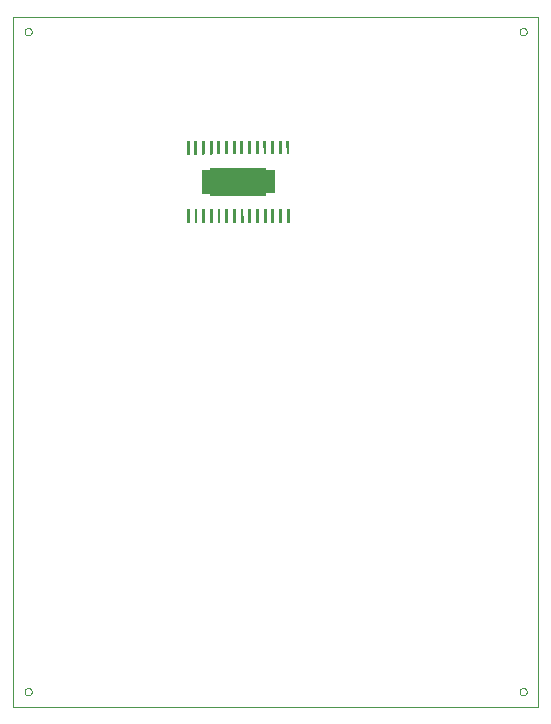
<source format=gbp>
G75*
G70*
%OFA0B0*%
%FSLAX24Y24*%
%IPPOS*%
%LPD*%
%AMOC8*
5,1,8,0,0,1.08239X$1,22.5*
%
%ADD10C,0.0000*%
%ADD11R,0.1890X0.0945*%
%ADD12R,0.0098X0.0461*%
%ADD13R,0.2441X0.0787*%
D10*
X000150Y000150D02*
X000150Y023150D01*
X017650Y023150D01*
X017650Y000150D01*
X000150Y000150D01*
X000532Y000650D02*
X000534Y000671D01*
X000540Y000691D01*
X000549Y000711D01*
X000561Y000728D01*
X000576Y000742D01*
X000594Y000754D01*
X000614Y000762D01*
X000634Y000767D01*
X000655Y000768D01*
X000676Y000765D01*
X000696Y000759D01*
X000715Y000748D01*
X000732Y000735D01*
X000745Y000719D01*
X000756Y000701D01*
X000764Y000681D01*
X000768Y000661D01*
X000768Y000639D01*
X000764Y000619D01*
X000756Y000599D01*
X000745Y000581D01*
X000732Y000565D01*
X000715Y000552D01*
X000696Y000541D01*
X000676Y000535D01*
X000655Y000532D01*
X000634Y000533D01*
X000614Y000538D01*
X000594Y000546D01*
X000576Y000558D01*
X000561Y000572D01*
X000549Y000589D01*
X000540Y000609D01*
X000534Y000629D01*
X000532Y000650D01*
X017032Y000650D02*
X017034Y000671D01*
X017040Y000691D01*
X017049Y000711D01*
X017061Y000728D01*
X017076Y000742D01*
X017094Y000754D01*
X017114Y000762D01*
X017134Y000767D01*
X017155Y000768D01*
X017176Y000765D01*
X017196Y000759D01*
X017215Y000748D01*
X017232Y000735D01*
X017245Y000719D01*
X017256Y000701D01*
X017264Y000681D01*
X017268Y000661D01*
X017268Y000639D01*
X017264Y000619D01*
X017256Y000599D01*
X017245Y000581D01*
X017232Y000565D01*
X017215Y000552D01*
X017196Y000541D01*
X017176Y000535D01*
X017155Y000532D01*
X017134Y000533D01*
X017114Y000538D01*
X017094Y000546D01*
X017076Y000558D01*
X017061Y000572D01*
X017049Y000589D01*
X017040Y000609D01*
X017034Y000629D01*
X017032Y000650D01*
X017032Y022650D02*
X017034Y022671D01*
X017040Y022691D01*
X017049Y022711D01*
X017061Y022728D01*
X017076Y022742D01*
X017094Y022754D01*
X017114Y022762D01*
X017134Y022767D01*
X017155Y022768D01*
X017176Y022765D01*
X017196Y022759D01*
X017215Y022748D01*
X017232Y022735D01*
X017245Y022719D01*
X017256Y022701D01*
X017264Y022681D01*
X017268Y022661D01*
X017268Y022639D01*
X017264Y022619D01*
X017256Y022599D01*
X017245Y022581D01*
X017232Y022565D01*
X017215Y022552D01*
X017196Y022541D01*
X017176Y022535D01*
X017155Y022532D01*
X017134Y022533D01*
X017114Y022538D01*
X017094Y022546D01*
X017076Y022558D01*
X017061Y022572D01*
X017049Y022589D01*
X017040Y022609D01*
X017034Y022629D01*
X017032Y022650D01*
X000532Y022650D02*
X000534Y022671D01*
X000540Y022691D01*
X000549Y022711D01*
X000561Y022728D01*
X000576Y022742D01*
X000594Y022754D01*
X000614Y022762D01*
X000634Y022767D01*
X000655Y022768D01*
X000676Y022765D01*
X000696Y022759D01*
X000715Y022748D01*
X000732Y022735D01*
X000745Y022719D01*
X000756Y022701D01*
X000764Y022681D01*
X000768Y022661D01*
X000768Y022639D01*
X000764Y022619D01*
X000756Y022599D01*
X000745Y022581D01*
X000732Y022565D01*
X000715Y022552D01*
X000696Y022541D01*
X000676Y022535D01*
X000655Y022532D01*
X000634Y022533D01*
X000614Y022538D01*
X000594Y022546D01*
X000576Y022558D01*
X000561Y022572D01*
X000549Y022589D01*
X000540Y022609D01*
X000534Y022629D01*
X000532Y022650D01*
D11*
G36*
X008595Y017180D02*
X006706Y017177D01*
X006705Y018120D01*
X008594Y018123D01*
X008595Y017180D01*
G37*
D12*
G36*
X008499Y016741D02*
X008596Y016742D01*
X008597Y016283D01*
X008500Y016282D01*
X008499Y016741D01*
G37*
G36*
X008499Y016741D02*
X008596Y016742D01*
X008597Y016283D01*
X008500Y016282D01*
X008499Y016741D01*
G37*
G36*
X008243Y016740D02*
X008340Y016741D01*
X008341Y016282D01*
X008244Y016281D01*
X008243Y016740D01*
G37*
G36*
X008243Y016740D02*
X008340Y016741D01*
X008341Y016282D01*
X008244Y016281D01*
X008243Y016740D01*
G37*
G36*
X007987Y016740D02*
X008084Y016741D01*
X008085Y016282D01*
X007988Y016281D01*
X007987Y016740D01*
G37*
G36*
X007987Y016740D02*
X008084Y016741D01*
X008085Y016282D01*
X007988Y016281D01*
X007987Y016740D01*
G37*
G36*
X007731Y016739D02*
X007828Y016740D01*
X007829Y016281D01*
X007732Y016280D01*
X007731Y016739D01*
G37*
G36*
X007731Y016739D02*
X007828Y016740D01*
X007829Y016281D01*
X007732Y016280D01*
X007731Y016739D01*
G37*
G36*
X007475Y016739D02*
X007572Y016740D01*
X007573Y016281D01*
X007476Y016280D01*
X007475Y016739D01*
G37*
G36*
X007475Y016739D02*
X007572Y016740D01*
X007573Y016281D01*
X007476Y016280D01*
X007475Y016739D01*
G37*
G36*
X007219Y016739D02*
X007316Y016740D01*
X007317Y016281D01*
X007220Y016280D01*
X007219Y016739D01*
G37*
G36*
X007219Y016739D02*
X007316Y016740D01*
X007317Y016281D01*
X007220Y016280D01*
X007219Y016739D01*
G37*
G36*
X006963Y016738D02*
X007060Y016739D01*
X007061Y016280D01*
X006964Y016279D01*
X006963Y016738D01*
G37*
G36*
X006963Y016738D02*
X007060Y016739D01*
X007061Y016280D01*
X006964Y016279D01*
X006963Y016738D01*
G37*
G36*
X006707Y016738D02*
X006804Y016739D01*
X006805Y016280D01*
X006708Y016279D01*
X006707Y016738D01*
G37*
G36*
X006707Y016738D02*
X006804Y016739D01*
X006805Y016280D01*
X006708Y016279D01*
X006707Y016738D01*
G37*
G36*
X006451Y016737D02*
X006548Y016738D01*
X006549Y016279D01*
X006452Y016278D01*
X006451Y016737D01*
G37*
G36*
X006451Y016737D02*
X006548Y016738D01*
X006549Y016279D01*
X006452Y016278D01*
X006451Y016737D01*
G37*
G36*
X006196Y016737D02*
X006293Y016738D01*
X006294Y016279D01*
X006197Y016278D01*
X006196Y016737D01*
G37*
G36*
X006196Y016737D02*
X006293Y016738D01*
X006294Y016279D01*
X006197Y016278D01*
X006196Y016737D01*
G37*
G36*
X005940Y016736D02*
X006037Y016737D01*
X006038Y016278D01*
X005941Y016277D01*
X005940Y016736D01*
G37*
G36*
X006034Y018558D02*
X005937Y018557D01*
X005936Y019016D01*
X006033Y019017D01*
X006034Y018558D01*
G37*
G36*
X006290Y018558D02*
X006193Y018557D01*
X006192Y019016D01*
X006289Y019017D01*
X006290Y018558D01*
G37*
G36*
X006290Y018558D02*
X006193Y018557D01*
X006192Y019016D01*
X006289Y019017D01*
X006290Y018558D01*
G37*
G36*
X006545Y018559D02*
X006448Y018558D01*
X006447Y019017D01*
X006544Y019018D01*
X006545Y018559D01*
G37*
G36*
X006545Y018559D02*
X006448Y018558D01*
X006447Y019017D01*
X006544Y019018D01*
X006545Y018559D01*
G37*
G36*
X006801Y018559D02*
X006704Y018558D01*
X006703Y019017D01*
X006800Y019018D01*
X006801Y018559D01*
G37*
G36*
X006801Y018559D02*
X006704Y018558D01*
X006703Y019017D01*
X006800Y019018D01*
X006801Y018559D01*
G37*
G36*
X007057Y018560D02*
X006960Y018559D01*
X006959Y019018D01*
X007056Y019019D01*
X007057Y018560D01*
G37*
G36*
X007057Y018560D02*
X006960Y018559D01*
X006959Y019018D01*
X007056Y019019D01*
X007057Y018560D01*
G37*
G36*
X007313Y018560D02*
X007216Y018559D01*
X007215Y019018D01*
X007312Y019019D01*
X007313Y018560D01*
G37*
G36*
X007313Y018560D02*
X007216Y018559D01*
X007215Y019018D01*
X007312Y019019D01*
X007313Y018560D01*
G37*
G36*
X007569Y018561D02*
X007472Y018560D01*
X007471Y019019D01*
X007568Y019020D01*
X007569Y018561D01*
G37*
G36*
X007569Y018561D02*
X007472Y018560D01*
X007471Y019019D01*
X007568Y019020D01*
X007569Y018561D01*
G37*
G36*
X007825Y018561D02*
X007728Y018560D01*
X007727Y019019D01*
X007824Y019020D01*
X007825Y018561D01*
G37*
G36*
X007825Y018561D02*
X007728Y018560D01*
X007727Y019019D01*
X007824Y019020D01*
X007825Y018561D01*
G37*
G36*
X008081Y018561D02*
X007984Y018560D01*
X007983Y019019D01*
X008080Y019020D01*
X008081Y018561D01*
G37*
G36*
X008081Y018561D02*
X007984Y018560D01*
X007983Y019019D01*
X008080Y019020D01*
X008081Y018561D01*
G37*
G36*
X008337Y018562D02*
X008240Y018561D01*
X008239Y019020D01*
X008336Y019021D01*
X008337Y018562D01*
G37*
G36*
X008337Y018562D02*
X008240Y018561D01*
X008239Y019020D01*
X008336Y019021D01*
X008337Y018562D01*
G37*
G36*
X008593Y018562D02*
X008496Y018561D01*
X008495Y019020D01*
X008592Y019021D01*
X008593Y018562D01*
G37*
G36*
X008593Y018562D02*
X008496Y018561D01*
X008495Y019020D01*
X008592Y019021D01*
X008593Y018562D01*
G37*
G36*
X008849Y018563D02*
X008752Y018562D01*
X008751Y019021D01*
X008848Y019022D01*
X008849Y018563D01*
G37*
G36*
X008849Y018563D02*
X008752Y018562D01*
X008751Y019021D01*
X008848Y019022D01*
X008849Y018563D01*
G37*
G36*
X009104Y018563D02*
X009007Y018562D01*
X009006Y019021D01*
X009103Y019022D01*
X009104Y018563D01*
G37*
G36*
X009104Y018563D02*
X009007Y018562D01*
X009006Y019021D01*
X009103Y019022D01*
X009104Y018563D01*
G37*
G36*
X009360Y018564D02*
X009263Y018563D01*
X009262Y019022D01*
X009359Y019023D01*
X009360Y018564D01*
G37*
G36*
X009266Y016742D02*
X009363Y016743D01*
X009364Y016284D01*
X009267Y016283D01*
X009266Y016742D01*
G37*
G36*
X009010Y016742D02*
X009107Y016743D01*
X009108Y016284D01*
X009011Y016283D01*
X009010Y016742D01*
G37*
G36*
X009010Y016742D02*
X009107Y016743D01*
X009108Y016284D01*
X009011Y016283D01*
X009010Y016742D01*
G37*
G36*
X008755Y016741D02*
X008852Y016742D01*
X008853Y016283D01*
X008756Y016282D01*
X008755Y016741D01*
G37*
G36*
X008755Y016741D02*
X008852Y016742D01*
X008853Y016283D01*
X008756Y016282D01*
X008755Y016741D01*
G37*
D13*
G36*
X008870Y017260D02*
X006431Y017255D01*
X006430Y018040D01*
X008869Y018045D01*
X008870Y017260D01*
G37*
M02*

</source>
